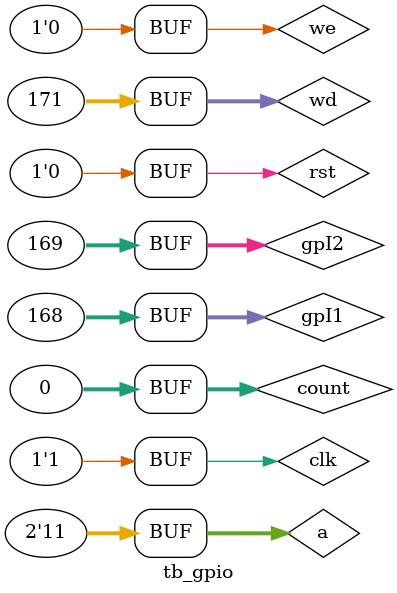
<source format=v>
module tb_gpio;

    reg  [1:0]  a;
    reg  [31:0] wd, gpI1, gpI2;
    reg         we, rst, clk;
    wire [31:0] rd, gpO1, gpO2;
    
    integer count = 0;
    
    task tick;
    begin
        clk = 1'b0; #5;
        clk = 1'b1; #5;
        count = count + 1;
    end
    endtask
    
    gpio_top gpio (
        .clk        (clk),
        .rst        (rst),
        .a          (a),
        .we         (we),
        .wd         (wd),
        .gpI1       (gpI1),
        .gpI2       (gpI2),
        .rd         (rd),
        .gpO1       (gpO1),
        .gpO2       (gpO2)
    );
    
    initial begin
        rst = 0;
        we = 1;
        
        //Testing output gpI1
        a = 0;
        gpI1 = 32'd168;
        tick;
        tick;
        
        //Testing output gpI2 
        a = 1;
        gpI2 = 32'd169;
        tick;
        tick;
        
        //Testing output gpO1 
        a = 2;
        wd = 32'd170;
        tick;
        
        //Testing output gpO2 
        a = 3;
        wd = 32'd171;
        tick;
        tick;
        
        we = 0;
        
        //Testing input gpI1
        a = 0;
        gpI1 = 32'd168;
        tick;
        tick;
        
        //Testing input gpI2 
        a = 1;
        gpI2 = 32'd169;
        tick;
        tick;
        
        //Testing input gpO1 
        a = 2;
        wd = 32'd170;
        tick;
        
        //Testing input gpO2 
        a = 3;
        wd = 32'd171;
        tick;
        tick;
        
    end
    
endmodule

</source>
